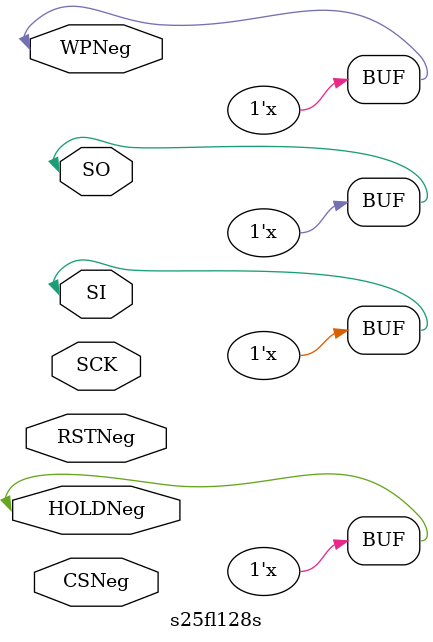
<source format=v>
`timescale 1 ps/1 ps

module s25fl128s (
    // Inputs
    SCK, CSNeg, RSTNeg,
    // Inouts
    SI, SO, WPNeg, HOLDNeg
    );

    input       SCK;
    input       CSNeg;
    input       RSTNeg;

    inout       SI;
    inout       SO;
    inout       HOLDNeg;
    inout       WPNeg;

    // Assign inout as high impedence, rather than allow to float to x
    assign SI      = 1'bz;
    assign SO      = 1'bz;
    assign HOLDNeg = 1'bz;
    assign WPNeg   = 1'bz;

endmodule
</source>
